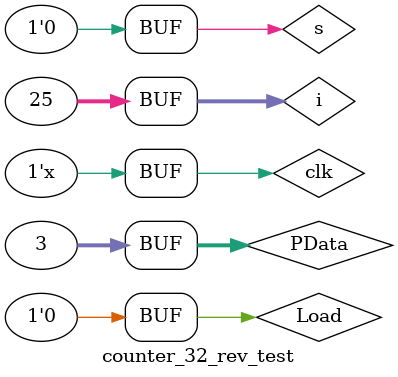
<source format=v>
`timescale 1ns / 1ps


module counter_32_rev_test;

	// Inputs
	reg clk;
	reg s;
	reg Load;
	reg [31:0] PData;

	// Outputs
	wire [31:0] cnt;
	wire RC;

	// Instantiate the Unit Under Test (UUT)
	counter_32_rev uut (
		.clk(clk), 
		.s(s), 
		.Load(Load), 
		.PData(PData), 
		.cnt(cnt), 
		.RC(RC)
	);
	integer i;
	initial begin
		// Initialize Inputs
		clk = 0;
		s = 0;
		Load = 0;
		PData = 0;

		// Wait 100 ns for global reset to finish
		#100;
		s=1;
		PData=32'hfffffffd;
		Load=1;
		#10;
		Load=0;
		PData=32'h00000003;
		#190;
		s=0;
		Load=1;
		#10;
		Load=0;	  
	end
	always@ *//Pulse
	for(i=0; i<25; i=i+1)begin
		#20;
		clk <= ~clk;
	end
      
endmodule


</source>
